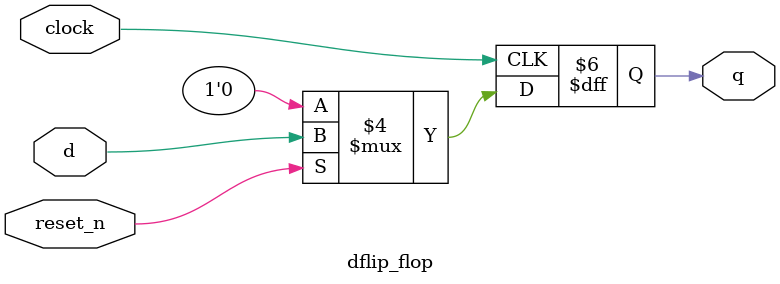
<source format=v>
module shifter(SW, KEY, LEDR);
    input [9:0] SW;
    input [3:0] KEY;
    output [7:0] LEDR;
    
    wire [7:0] Q;
    wire asrq;
    
    assign Q = LEDR;
    
    mux2to1 m0(
	.x(1'b0),
	.y(Q[7]),
	.s(KEY[3]),
	.m(asrq)
    );
    
    shifter_bit s7(
	.load_val(SW[7]), 
	.in(asrq), 
	.shift(KEY[2]), 
	.load_n(KEY[1]), 
	.clk(KEY[0]), 
	.reset_n(SW[9]), 
	.out(LEDR[7])
    );
    
    shifter_bit s6(
	.load_val(SW[6]), 
	.in(Q[7]), 
	.shift(KEY[2]), 
	.load_n(KEY[1]), 
	.clk(KEY[0]), 
	.reset_n(SW[9]), 
	.out(LEDR[6])
    );
    
    shifter_bit s5(
	.load_val(SW[5]), 
	.in(Q[6]), 
	.shift(KEY[2]), 
	.load_n(KEY[1]), 
	.clk(KEY[0]), 
	.reset_n(SW[9]), 
	.out(LEDR[5])
    );
    
    shifter_bit s4(
	.load_val(SW[4]), 
	.in(Q[5]), 
	.shift(KEY[2]), 
	.load_n(KEY[1]), 
	.clk(KEY[0]), 
	.reset_n(SW[9]), 
	.out(LEDR[4])
    );
    
    shifter_bit s3(
	.load_val(SW[3]), 
	.in(Q[4]), 
	.shift(KEY[2]), 
	.load_n(KEY[1]), 
	.clk(KEY[0]), 
	.reset_n(SW[9]), 
	.out(LEDR[3])
    );
    
    shifter_bit s2(
	.load_val(SW[2]), 
	.in(Q[3]), 
	.shift(KEY[2]), 
	.load_n(KEY[1]), 
	.clk(KEY[0]), 
	.reset_n(SW[9]), 
	.out(LEDR[2])
    );
    
    shifter_bit s1(
	.load_val(SW[1]), 
	.in(Q[2]), 
	.shift(KEY[2]), 
	.load_n(KEY[1]), 
	.clk(KEY[0]), 
	.reset_n(SW[9]), 
	.out(LEDR[1])
    );
    
    shifter_bit s0(
	.load_val(SW[0]), 
	.in(Q[1]), 
	.shift(KEY[2]), 
	.load_n(KEY[1]), 
	.clk(KEY[0]), 
	.reset_n(SW[9]), 
	.out(LEDR[0])
    );
endmodule
    

module shifter_bit(load_val, in, shift, load_n, clk, reset_n, out);
    input load_val, in, shift, load_n, clk, reset_n;
    output out;
    
    wire w0, w1;
    
    mux2to1 m0(
        .x(out),
        .y(in),
        .s(shift),
        .m(w0)
    );
    
    mux2to1 m1(
        .x(load_val),
        .y(w0),
        .s(load_n),
        .m(w1)
    );
    
    dflipflop d0(
	.d(w1),
	.q(out),
	.reset_n(reset_n),
	.clock(clk)
    );
endmodule
	
    
        
    


module mux2to1(x, y, s, m);
    input x; //selected when s is 0
    input y; //selected when s is 1
    input s; //select signal
    output m; //output
  
    assign m = s & y | ~s & x;
    // OR
    // assign m = s ? y : x;

endmodule

module dflip_flop(d, q, reset_n, clock);

    input d;
    input reset_n;
    input clock;
    output q;
    
    reg q;
    
    
    always @(posedge clock) 
    begin
	if (reset_n == 1'b0)
	    q <= 0;
	else
	    q <= d;
    end
endmodule
</source>
